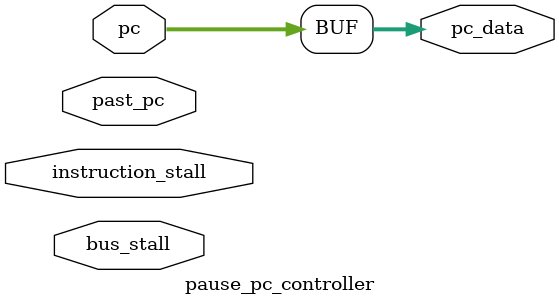
<source format=sv>
 `timescale 1ns/10ps
 module pause_pc_controller(
									instruction_stall,
									pc,
									past_pc,
									bus_stall,
									
									pc_data
									);
  parameter DATA_SIZE  =32;
  
  output logic [DATA_SIZE-1:0] pc_data;
  
  input        [DATA_SIZE-1:0] pc;
  input        [DATA_SIZE-1:0] past_pc;
  input                        instruction_stall;
  input                        bus_stall;
  
  always_comb
  begin
	pc_data=(instruction_stall||bus_stall)?pc:pc;
  end
  endmodule
</source>
